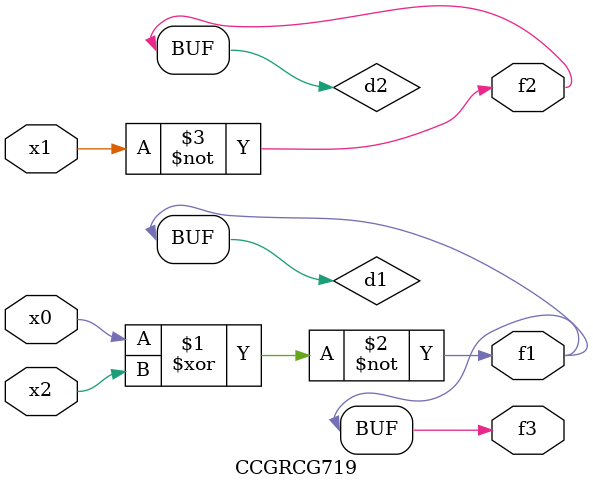
<source format=v>
module CCGRCG719(
	input x0, x1, x2,
	output f1, f2, f3
);

	wire d1, d2, d3;

	xnor (d1, x0, x2);
	nand (d2, x1);
	nor (d3, x1, x2);
	assign f1 = d1;
	assign f2 = d2;
	assign f3 = d1;
endmodule

</source>
